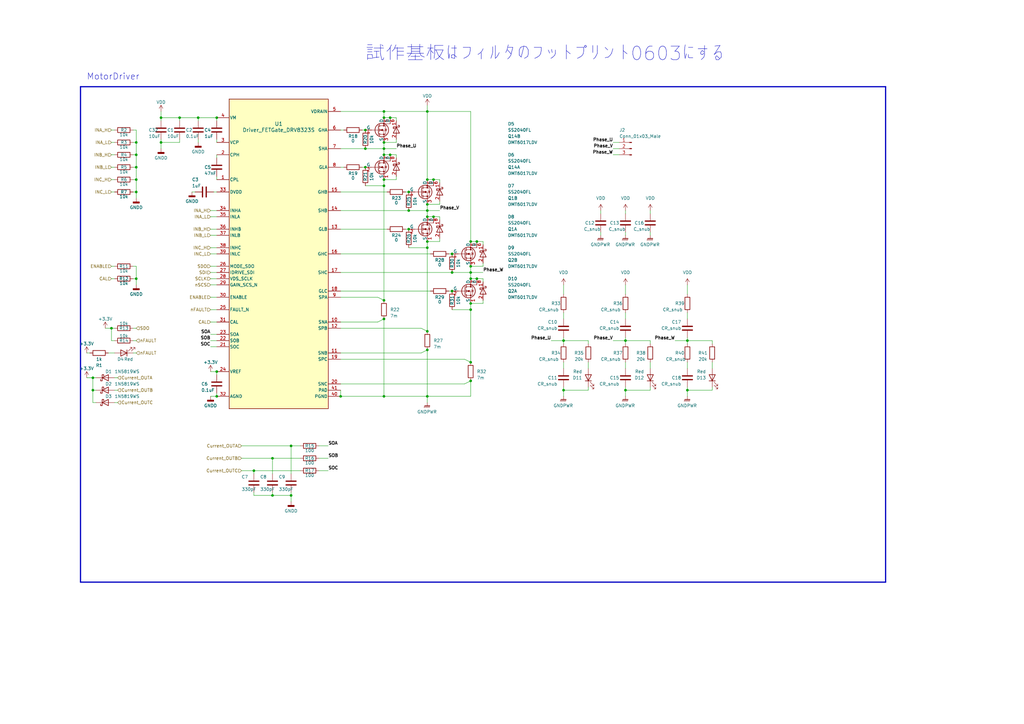
<source format=kicad_sch>
(kicad_sch (version 20230121) (generator eeschema)
  (paper "A3")
  (lib_symbols
    (symbol "Connector:Conn_01x03_Male" (pin_names (offset 1.016) hide)
      (property "Reference" "J" (at 0 5.08 0))
      (property "Value" "Conn_01x03_Male" (at 0 -5.08 0))
      (symbol "Conn_01x03_Male_1_1"
        (pin passive line (at 5.08 2.54 180) (length 3.81) (name "Pin_1") (number "1"))
        (pin passive line (at 5.08 0 180) (length 3.81) (name "Pin_2") (number "2"))
        (pin passive line (at 5.08 -2.54 180) (length 3.81) (name "Pin_3") (number "3"))
      )
    )
    (symbol "D_Schottky_3" (pin_numbers hide) (pin_names (offset 1.016) hide)
      (property "Reference" "D" (at 0 2.54 0))
      (property "Value" "D_Schottky_3" (at 0 -2.54 0))
      (symbol "D_Schottky_3_1_1"
        (pin passive line (at -3.81 0 0) (length 2.54) (name "K") (number "1"))
        (pin passive line (at 3.81 0 180) (length 2.54) (name "A") (number "2"))
      )
    )
    (symbol "Device:C" (pin_numbers hide) (pin_names (offset 0.254))
      (property "Reference" "C" (at 0.635 2.54 0))
      (property "Value" "C" (at 0.635 -2.54 0))
      (symbol "C_1_1"
        (pin passive line (at 0 3.81 270) (length 2.794) (name "~") (number "1"))
        (pin passive line (at 0 -3.81 90) (length 2.794) (name "~") (number "2"))
      )
    )
    (symbol "Device:D_Schottky" (pin_names (offset 1.016) hide)
      (property "Reference" "D" (at 0 2.54 0))
      (property "Value" "D_Schottky" (at 0 -2.54 0))
      (symbol "D_Schottky_1_1"
        (pin passive line (at -3.81 0 0) (length 2.54) (name "K") (number "1"))
        (pin passive line (at 3.81 0 180) (length 2.54) (name "A") (number "2"))
      )
    )
    (symbol "Device:LED" (pin_numbers hide) (pin_names (offset 1.016) hide)
      (property "Reference" "D" (at 0 2.54 0))
      (property "Value" "LED" (at 0 -2.54 0))
      (symbol "LED_1_1"
        (pin passive line (at -3.81 0 0) (length 2.54) (name "K") (number "1"))
        (pin passive line (at 3.81 0 180) (length 2.54) (name "A") (number "2"))
      )
    )
    (symbol "Device:Q_Dual_NMOS_S1G1S2G2D2D2D1D1" (pin_names (offset 0))
      (property "Reference" "Q" (at 5.08 1.27 0))
      (property "Value" "Q_Dual_NMOS_S1G1S2G2D2D2D1D1" (at 5.08 -1.27 0))
      (symbol "Q_Dual_NMOS_S1G1S2G2D2D2D1D1_1_1"
        (pin passive line (at 2.54 -5.08 90) (length 2.54) (name "S") (number "1"))
        (pin input line (at -5.08 0 0) (length 2.54) (name "G") (number "2"))
        (pin passive line (at 2.54 5.08 270) (length 2.54) (name "D") (number "7"))
        (pin passive line (at 5.08 5.08 270) (length 2.54) (name "D") (number "8"))
      )
      (symbol "Q_Dual_NMOS_S1G1S2G2D2D2D1D1_2_1"
        (pin passive line (at 2.54 -5.08 90) (length 2.54) (name "S") (number "3"))
        (pin input line (at -5.08 0 0) (length 2.54) (name "G") (number "4"))
        (pin passive line (at 2.54 5.08 270) (length 2.54) (name "D") (number "5"))
        (pin passive line (at 5.08 5.08 270) (length 2.54) (name "D") (number "6"))
      )
    )
    (symbol "Device:R" (pin_numbers hide) (pin_names (offset 0))
      (property "Reference" "R" (at 2.032 0 90))
      (property "Value" "R" (at 0 0 90))
      (symbol "R_1_1"
        (pin passive line (at 0 3.81 270) (length 1.27) (name "~") (number "1"))
        (pin passive line (at 0 -3.81 90) (length 1.27) (name "~") (number "2"))
      )
    )
    (symbol "MyLibrary:Driver_FETGate_DRV8323x" (pin_names (offset 0.254))
      (property "Reference" "U" (at 0 2.54 0))
      (property "Value" "Driver_FETGate_DRV8323x" (at 0 0 0))
      (symbol "Driver_FETGate_DRV8323x_0_1"
        (pin unspecified line (at -25.4 53.34 0) (length 5.08) (name "CPL") (number "1"))
        (pin input line (at 25.4 -5.08 180) (length 5.08) (name "SNA") (number "10"))
        (pin input line (at 25.4 -17.78 180) (length 5.08) (name "SNB") (number "11"))
        (pin input line (at 25.4 -7.62 180) (length 5.08) (name "SPB") (number "12"))
        (pin output line (at 25.4 33.02 180) (length 5.08) (name "GLB") (number "13"))
        (pin input line (at 25.4 40.64 180) (length 5.08) (name "SHB") (number "14"))
        (pin output line (at 25.4 48.26 180) (length 5.08) (name "GHB") (number "15"))
        (pin output line (at 25.4 22.86 180) (length 5.08) (name "GHC") (number "16"))
        (pin input line (at 25.4 15.24 180) (length 5.08) (name "SHC") (number "17"))
        (pin output line (at 25.4 7.62 180) (length 5.08) (name "GLC") (number "18"))
        (pin input line (at 25.4 -20.32 180) (length 5.08) (name "SPC") (number "19"))
        (pin unspecified line (at -25.4 63.5 0) (length 5.08) (name "CPH") (number "2"))
        (pin input line (at 25.4 -30.48 180) (length 5.08) (name "SNC") (number "20"))
        (pin output line (at -25.4 -15.24 0) (length 5.08) (name "SOC") (number "21"))
        (pin output line (at -25.4 -12.7 0) (length 5.08) (name "SOB") (number "22"))
        (pin output line (at -25.4 -10.16 0) (length 5.08) (name "SOA") (number "23"))
        (pin input line (at -25.4 -25.4 0) (length 5.08) (name "VREF") (number "24"))
        (pin open_collector line (at -25.4 0 0) (length 5.08) (name "FAULT_N") (number "25"))
        (pin unspecified line (at -25.4 17.78 0) (length 5.08) (name "MODE_SDO") (number "26"))
        (pin input line (at -25.4 15.24 0) (length 5.08) (name "IDRIVE_SDI") (number "27"))
        (pin input line (at -25.4 12.7 0) (length 5.08) (name "VDS_SCLK") (number "28"))
        (pin input line (at -25.4 10.16 0) (length 5.08) (name "GAIN_SCS_N") (number "29"))
        (pin power_in line (at -25.4 68.58 0) (length 5.08) (name "VCP") (number "3"))
        (pin input line (at -25.4 5.08 0) (length 5.08) (name "ENABLE") (number "30"))
        (pin input line (at -25.4 -5.08 0) (length 5.08) (name "CAL") (number "31"))
        (pin power_in line (at -25.4 -35.56 0) (length 5.08) (name "AGND") (number "32"))
        (pin power_in line (at -25.4 48.26 0) (length 5.08) (name "DVDD") (number "33"))
        (pin input line (at -25.4 40.64 0) (length 5.08) (name "INHA") (number "34"))
        (pin input line (at -25.4 38.1 0) (length 5.08) (name "INLA") (number "35"))
        (pin input line (at -25.4 33.02 0) (length 5.08) (name "INHB") (number "36"))
        (pin input line (at -25.4 30.48 0) (length 5.08) (name "INLB") (number "37"))
        (pin input line (at -25.4 25.4 0) (length 5.08) (name "INHC") (number "38"))
        (pin input line (at -25.4 22.86 0) (length 5.08) (name "INLC") (number "39"))
        (pin power_in line (at -25.4 78.74 0) (length 5.08) (name "VM") (number "4"))
        (pin power_in line (at 25.4 -35.56 180) (length 5.08) (name "PGND") (number "40"))
        (pin power_in line (at 25.4 -33.02 180) (length 5.08) (name "PAD") (number "41"))
        (pin input line (at 25.4 81.28 180) (length 5.08) (name "VDRAIN") (number "5"))
        (pin output line (at 25.4 73.66 180) (length 5.08) (name "GHA") (number "6"))
        (pin input line (at 25.4 66.04 180) (length 5.08) (name "SHA") (number "7"))
        (pin output line (at 25.4 58.42 180) (length 5.08) (name "GLA") (number "8"))
        (pin input line (at 25.4 5.08 180) (length 5.08) (name "SPA") (number "9"))
      )
    )
    (symbol "Q_Dual_NMOS_S1G1S2G2D2D2D1D1_1" (pin_names (offset 0))
      (property "Reference" "Q" (at 5.08 1.27 0))
      (property "Value" "Q_Dual_NMOS_S1G1S2G2D2D2D1D1" (at 5.08 -1.27 0))
      (symbol "Q_Dual_NMOS_S1G1S2G2D2D2D1D1_1_1_1"
        (pin passive line (at 2.54 -5.08 90) (length 2.54) (name "S") (number "1"))
        (pin input line (at -5.08 0 0) (length 2.54) (name "G") (number "2"))
        (pin passive line (at 2.54 5.08 270) (length 2.54) (name "D") (number "7"))
        (pin passive line (at 5.08 5.08 270) (length 2.54) (name "D") (number "8"))
      )
      (symbol "Q_Dual_NMOS_S1G1S2G2D2D2D1D1_1_2_1"
        (pin passive line (at 2.54 -5.08 90) (length 2.54) (name "S") (number "3"))
        (pin input line (at -5.08 0 0) (length 2.54) (name "G") (number "4"))
        (pin passive line (at 2.54 5.08 270) (length 2.54) (name "D") (number "5"))
        (pin passive line (at 5.08 5.08 270) (length 2.54) (name "D") (number "6"))
      )
    )
    (symbol "power:+3.3V" (power) (pin_names (offset 0))
      (property "Value" "+3.3V" (at 0 3.556 0))
      (symbol "+3.3V_1_1"
        (pin power_in line (at 0 0 90) (length 0) hide (name "+3.3V") (number "1"))
      )
    )
    (symbol "power:GNDD" (power) (pin_names (offset 0))
      (property "Value" "GNDD" (at 0 -3.175 0))
      (symbol "GNDD_1_1"
        (pin power_in line (at 0 0 270) (length 0) hide (name "GNDD") (number "1"))
      )
    )
    (symbol "power:GNDPWR" (power) (pin_names (offset 0))
      (property "Value" "GNDPWR" (at 0 -3.302 0))
      (symbol "GNDPWR_1_1"
        (pin power_in line (at 0 0 270) (length 0) hide (name "GNDPWR") (number "1"))
      )
    )
    (symbol "power:VDD" (power) (pin_names (offset 0))
      (property "Value" "VDD" (at 0 3.81 0))
      (symbol "VDD_1_1"
        (pin power_in line (at 0 0 90) (length 0) hide (name "VDD") (number "1"))
      )
    )
  )
  (junction (at 104.14 193.04))
  (junction (at 193.04 111.76))
  (junction (at 160.02 63.5))
  (junction (at 177.8 73.66))
  (junction (at 119.38 182.88))
  (junction (at 88.9 162.56))
  (junction (at 149.86 68.58))
  (junction (at 185.42 119.38))
  (junction (at 111.76 203.2))
  (junction (at 88.9 152.4))
  (junction (at 55.88 58.42))
  (junction (at 55.88 73.66))
  (junction (at 55.88 68.58))
  (junction (at 157.48 48.26))
  (junction (at 157.48 60.96))
  (junction (at 157.48 123.19))
  (junction (at 38.1 160.02))
  (junction (at 38.1 154.94))
  (junction (at 185.42 104.14))
  (junction (at 55.88 78.74))
  (junction (at 193.04 99.06))
  (junction (at 193.04 124.46))
  (junction (at 139.7 162.56))
  (junction (at 175.26 101.6))
  (junction (at 195.58 114.3))
  (junction (at 231.14 160.02))
  (junction (at 281.94 160.02))
  (junction (at 167.64 93.98))
  (junction (at 175.26 162.56))
  (junction (at 281.94 139.7))
  (junction (at 195.58 99.06))
  (junction (at 175.26 143.51))
  (junction (at 175.26 86.36))
  (junction (at 167.64 86.36))
  (junction (at 231.14 139.7))
  (junction (at 193.04 109.22))
  (junction (at 193.04 148.59))
  (junction (at 175.26 99.06))
  (junction (at 149.86 53.34))
  (junction (at 119.38 203.2))
  (junction (at 256.54 139.7))
  (junction (at 157.48 45.72))
  (junction (at 175.26 83.82))
  (junction (at 157.48 162.56))
  (junction (at 157.48 76.2))
  (junction (at 45.72 134.62))
  (junction (at 157.48 58.42))
  (junction (at 256.54 160.02))
  (junction (at 193.04 156.21))
  (junction (at 66.04 48.26))
  (junction (at 55.88 63.5))
  (junction (at 175.26 88.9))
  (junction (at 157.48 130.81))
  (junction (at 73.66 48.26))
  (junction (at 175.26 73.66))
  (junction (at 149.86 60.96))
  (junction (at 167.64 78.74))
  (junction (at 175.26 45.72))
  (junction (at 157.48 73.66))
  (junction (at 55.88 114.3))
  (junction (at 177.8 88.9))
  (junction (at 193.04 114.3))
  (junction (at 185.42 111.76))
  (junction (at 88.9 48.26))
  (junction (at 111.76 187.96))
  (junction (at 66.04 58.42))
  (junction (at 175.26 135.89))
  (junction (at 160.02 48.26))
  (junction (at 157.48 63.5))
  (junction (at 81.28 48.26))
  (junction (at 193.04 127))
  (wire (pts (xy 104.14 193.04) (xy 123.19 193.04)))
  (wire (pts (xy 175.26 165.1) (xy 175.26 162.56)))
  (wire (pts (xy 172.72 134.62) (xy 175.26 135.89)))
  (wire (pts (xy 111.76 201.93) (xy 111.76 203.2)))
  (wire (pts (xy 190.5 147.32) (xy 193.04 148.59)))
  (wire (pts (xy 190.5 157.48) (xy 193.04 156.21)))
  (wire (pts (xy 180.34 74.93) (xy 180.34 73.66)))
  (wire (pts (xy 281.94 138.43) (xy 281.94 139.7)))
  (wire (pts (xy 166.37 78.74) (xy 167.64 78.74)))
  (wire (pts (xy 167.64 86.36) (xy 175.26 86.36)))
  (wire (pts (xy 241.3 148.59) (xy 241.3 151.13)))
  (wire (pts (xy 55.88 58.42) (xy 55.88 53.34)))
  (wire (pts (xy 185.42 111.76) (xy 193.04 111.76)))
  (wire (pts (xy 193.04 127) (xy 193.04 148.59)))
  (wire (pts (xy 38.1 154.94) (xy 39.37 154.94)))
  (wire (pts (xy 66.04 57.15) (xy 66.04 58.42)))
  (wire (pts (xy 193.04 156.21) (xy 193.04 162.56)))
  (wire (pts (xy 55.88 78.74) (xy 54.61 78.74)))
  (polyline (pts (xy 33.02 35.56) (xy 363.22 35.56)) (stroke (width 0.5) (type solid)))
  (wire (pts (xy 46.99 134.62) (xy 45.72 134.62)))
  (wire (pts (xy 86.36 88.9) (xy 88.9 88.9)))
  (wire (pts (xy 177.8 73.66) (xy 180.34 73.66)))
  (wire (pts (xy 193.04 124.46) (xy 193.04 127)))
  (wire (pts (xy 256.54 139.7) (xy 256.54 140.97)))
  (wire (pts (xy 139.7 45.72) (xy 157.48 45.72)))
  (wire (pts (xy 241.3 140.97) (xy 241.3 139.7)))
  (wire (pts (xy 256.54 148.59) (xy 256.54 151.13)))
  (wire (pts (xy 119.38 182.88) (xy 119.38 194.31)))
  (wire (pts (xy 46.99 165.1) (xy 48.26 165.1)))
  (wire (pts (xy 88.9 73.66) (xy 88.9 72.39)))
  (wire (pts (xy 81.28 57.15) (xy 81.28 58.42)))
  (wire (pts (xy 256.54 95.25) (xy 256.54 96.52)))
  (wire (pts (xy 45.72 68.58) (xy 46.99 68.58)))
  (wire (pts (xy 88.9 78.74) (xy 87.63 78.74)))
  (wire (pts (xy 154.94 121.92) (xy 157.48 123.19)))
  (wire (pts (xy 193.04 45.72) (xy 175.26 45.72)))
  (wire (pts (xy 139.7 60.96) (xy 149.86 60.96)))
  (wire (pts (xy 81.28 48.26) (xy 88.9 48.26)))
  (wire (pts (xy 195.58 114.3) (xy 198.12 114.3)))
  (wire (pts (xy 86.36 121.92) (xy 88.9 121.92)))
  (wire (pts (xy 119.38 201.93) (xy 119.38 203.2)))
  (wire (pts (xy 184.15 104.14) (xy 185.42 104.14)))
  (wire (pts (xy 86.36 139.7) (xy 88.9 139.7)))
  (polyline (pts (xy 363.22 238.76) (xy 33.02 238.76)) (stroke (width 0.5) (type solid)))
  (wire (pts (xy 55.88 81.28) (xy 55.88 78.74)))
  (wire (pts (xy 104.14 201.93) (xy 104.14 203.2)))
  (wire (pts (xy 86.36 132.08) (xy 88.9 132.08)))
  (wire (pts (xy 281.94 128.27) (xy 281.94 130.81)))
  (wire (pts (xy 193.04 109.22) (xy 193.04 111.76)))
  (wire (pts (xy 99.06 187.96) (xy 111.76 187.96)))
  (wire (pts (xy 256.54 128.27) (xy 256.54 130.81)))
  (wire (pts (xy 45.72 53.34) (xy 46.99 53.34)))
  (wire (pts (xy 130.81 182.88) (xy 134.62 182.88)))
  (wire (pts (xy 241.3 158.75) (xy 241.3 160.02)))
  (wire (pts (xy 119.38 182.88) (xy 123.19 182.88)))
  (wire (pts (xy 45.72 134.62) (xy 45.72 139.7)))
  (wire (pts (xy 55.88 63.5) (xy 54.61 63.5)))
  (wire (pts (xy 139.7 93.98) (xy 158.75 93.98)))
  (wire (pts (xy 66.04 48.26) (xy 73.66 48.26)))
  (wire (pts (xy 111.76 187.96) (xy 123.19 187.96)))
  (wire (pts (xy 45.72 114.3) (xy 46.99 114.3)))
  (wire (pts (xy 193.04 99.06) (xy 195.58 99.06)))
  (wire (pts (xy 266.7 160.02) (xy 256.54 160.02)))
  (wire (pts (xy 185.42 127) (xy 193.04 127)))
  (wire (pts (xy 139.7 144.78) (xy 172.72 144.78)))
  (wire (pts (xy 246.38 86.36) (xy 246.38 87.63)))
  (wire (pts (xy 148.59 53.34) (xy 149.86 53.34)))
  (wire (pts (xy 226.06 139.7) (xy 231.14 139.7)))
  (wire (pts (xy 86.36 111.76) (xy 88.9 111.76)))
  (wire (pts (xy 86.36 152.4) (xy 88.9 152.4)))
  (wire (pts (xy 55.88 58.42) (xy 54.61 58.42)))
  (wire (pts (xy 180.34 82.55) (xy 180.34 83.82)))
  (wire (pts (xy 198.12 107.95) (xy 198.12 109.22)))
  (wire (pts (xy 162.56 57.15) (xy 162.56 58.42)))
  (wire (pts (xy 231.14 128.27) (xy 231.14 130.81)))
  (wire (pts (xy 231.14 148.59) (xy 231.14 151.13)))
  (wire (pts (xy 157.48 45.72) (xy 175.26 45.72)))
  (wire (pts (xy 266.7 140.97) (xy 266.7 139.7)))
  (wire (pts (xy 231.14 158.75) (xy 231.14 160.02)))
  (wire (pts (xy 44.45 144.78) (xy 46.99 144.78)))
  (wire (pts (xy 45.72 73.66) (xy 46.99 73.66)))
  (wire (pts (xy 55.88 109.22) (xy 54.61 109.22)))
  (wire (pts (xy 175.26 88.9) (xy 177.8 88.9)))
  (wire (pts (xy 231.14 139.7) (xy 241.3 139.7)))
  (wire (pts (xy 175.26 83.82) (xy 180.34 83.82)))
  (wire (pts (xy 54.61 144.78) (xy 55.88 144.78)))
  (wire (pts (xy 256.54 86.36) (xy 256.54 87.63)))
  (wire (pts (xy 139.7 132.08) (xy 154.94 132.08)))
  (wire (pts (xy 166.37 93.98) (xy 167.64 93.98)))
  (wire (pts (xy 73.66 48.26) (xy 73.66 49.53)))
  (wire (pts (xy 175.26 101.6) (xy 175.26 135.89)))
  (wire (pts (xy 139.7 53.34) (xy 140.97 53.34)))
  (wire (pts (xy 162.56 64.77) (xy 162.56 63.5)))
  (wire (pts (xy 175.26 99.06) (xy 175.26 101.6)))
  (wire (pts (xy 281.94 148.59) (xy 281.94 151.13)))
  (wire (pts (xy 86.36 109.22) (xy 88.9 109.22)))
  (wire (pts (xy 157.48 58.42) (xy 162.56 58.42)))
  (wire (pts (xy 157.48 60.96) (xy 162.56 60.96)))
  (wire (pts (xy 86.36 127) (xy 88.9 127)))
  (wire (pts (xy 256.54 139.7) (xy 266.7 139.7)))
  (wire (pts (xy 73.66 57.15) (xy 73.66 58.42)))
  (wire (pts (xy 45.72 109.22) (xy 46.99 109.22)))
  (wire (pts (xy 38.1 160.02) (xy 39.37 160.02)))
  (wire (pts (xy 130.81 187.96) (xy 134.62 187.96)))
  (wire (pts (xy 157.48 63.5) (xy 157.48 60.96)))
  (wire (pts (xy 251.46 58.42) (xy 254 58.42)))
  (wire (pts (xy 175.26 83.82) (xy 175.26 86.36)))
  (wire (pts (xy 38.1 154.94) (xy 38.1 160.02)))
  (wire (pts (xy 175.26 88.9) (xy 175.26 86.36)))
  (wire (pts (xy 86.36 116.84) (xy 88.9 116.84)))
  (wire (pts (xy 55.88 109.22) (xy 55.88 114.3)))
  (wire (pts (xy 167.64 101.6) (xy 175.26 101.6)))
  (wire (pts (xy 251.46 139.7) (xy 256.54 139.7)))
  (wire (pts (xy 38.1 165.1) (xy 39.37 165.1)))
  (wire (pts (xy 73.66 48.26) (xy 81.28 48.26)))
  (wire (pts (xy 38.1 160.02) (xy 38.1 165.1)))
  (wire (pts (xy 292.1 158.75) (xy 292.1 160.02)))
  (wire (pts (xy 292.1 140.97) (xy 292.1 139.7)))
  (wire (pts (xy 55.88 73.66) (xy 55.88 68.58)))
  (wire (pts (xy 251.46 63.5) (xy 254 63.5)))
  (wire (pts (xy 139.7 134.62) (xy 172.72 134.62)))
  (wire (pts (xy 86.36 96.52) (xy 88.9 96.52)))
  (wire (pts (xy 111.76 187.96) (xy 111.76 194.31)))
  (wire (pts (xy 157.48 130.81) (xy 157.48 162.56)))
  (wire (pts (xy 231.14 162.56) (xy 231.14 160.02)))
  (wire (pts (xy 43.18 134.62) (xy 45.72 134.62)))
  (wire (pts (xy 86.36 104.14) (xy 88.9 104.14)))
  (wire (pts (xy 139.7 78.74) (xy 158.75 78.74)))
  (wire (pts (xy 86.36 93.98) (xy 88.9 93.98)))
  (wire (pts (xy 266.7 95.25) (xy 266.7 96.52)))
  (wire (pts (xy 119.38 205.74) (xy 119.38 203.2)))
  (wire (pts (xy 256.54 158.75) (xy 256.54 160.02)))
  (wire (pts (xy 66.04 58.42) (xy 73.66 58.42)))
  (wire (pts (xy 104.14 203.2) (xy 111.76 203.2)))
  (wire (pts (xy 78.74 78.74) (xy 80.01 78.74)))
  (wire (pts (xy 35.56 154.94) (xy 38.1 154.94)))
  (wire (pts (xy 276.86 139.7) (xy 281.94 139.7)))
  (polyline (pts (xy 33.02 238.76) (xy 33.02 35.56)) (stroke (width 0.5) (type solid)))
  (wire (pts (xy 55.88 68.58) (xy 55.88 63.5)))
  (wire (pts (xy 162.56 49.53) (xy 162.56 48.26)))
  (wire (pts (xy 193.04 111.76) (xy 193.04 114.3)))
  (wire (pts (xy 54.61 139.7) (xy 55.88 139.7)))
  (wire (pts (xy 86.36 86.36) (xy 88.9 86.36)))
  (wire (pts (xy 198.12 115.57) (xy 198.12 114.3)))
  (wire (pts (xy 157.48 73.66) (xy 162.56 73.66)))
  (wire (pts (xy 54.61 134.62) (xy 55.88 134.62)))
  (wire (pts (xy 281.94 162.56) (xy 281.94 160.02)))
  (wire (pts (xy 139.7 104.14) (xy 176.53 104.14)))
  (wire (pts (xy 46.99 160.02) (xy 48.26 160.02)))
  (wire (pts (xy 99.06 193.04) (xy 104.14 193.04)))
  (wire (pts (xy 256.54 138.43) (xy 256.54 139.7)))
  (wire (pts (xy 139.7 157.48) (xy 190.5 157.48)))
  (wire (pts (xy 256.54 162.56) (xy 256.54 160.02)))
  (wire (pts (xy 36.83 144.78) (xy 35.56 144.78)))
  (wire (pts (xy 86.36 162.56) (xy 88.9 162.56)))
  (wire (pts (xy 104.14 193.04) (xy 104.14 194.31)))
  (wire (pts (xy 198.12 100.33) (xy 198.12 99.06)))
  (wire (pts (xy 193.04 99.06) (xy 193.04 45.72)))
  (wire (pts (xy 281.94 139.7) (xy 281.94 140.97)))
  (wire (pts (xy 130.81 193.04) (xy 134.62 193.04)))
  (wire (pts (xy 88.9 49.53) (xy 88.9 48.26)))
  (wire (pts (xy 160.02 63.5) (xy 162.56 63.5)))
  (wire (pts (xy 175.26 99.06) (xy 180.34 99.06)))
  (wire (pts (xy 86.36 137.16) (xy 88.9 137.16)))
  (wire (pts (xy 154.94 132.08) (xy 157.48 130.81)))
  (wire (pts (xy 195.58 99.06) (xy 198.12 99.06)))
  (wire (pts (xy 139.7 147.32) (xy 190.5 147.32)))
  (wire (pts (xy 46.99 139.7) (xy 45.72 139.7)))
  (wire (pts (xy 292.1 148.59) (xy 292.1 151.13)))
  (wire (pts (xy 281.94 139.7) (xy 292.1 139.7)))
  (wire (pts (xy 55.88 73.66) (xy 54.61 73.66)))
  (wire (pts (xy 55.88 68.58) (xy 54.61 68.58)))
  (wire (pts (xy 175.26 86.36) (xy 180.34 86.36)))
  (wire (pts (xy 157.48 73.66) (xy 157.48 76.2)))
  (wire (pts (xy 88.9 63.5) (xy 88.9 64.77)))
  (wire (pts (xy 175.26 162.56) (xy 193.04 162.56)))
  (wire (pts (xy 55.88 114.3) (xy 55.88 116.84)))
  (wire (pts (xy 81.28 48.26) (xy 81.28 49.53)))
  (wire (pts (xy 46.99 154.94) (xy 48.26 154.94)))
  (wire (pts (xy 231.14 116.84) (xy 231.14 120.65)))
  (wire (pts (xy 266.7 148.59) (xy 266.7 151.13)))
  (wire (pts (xy 246.38 95.25) (xy 246.38 96.52)))
  (wire (pts (xy 45.72 58.42) (xy 46.99 58.42)))
  (wire (pts (xy 139.7 86.36) (xy 167.64 86.36)))
  (wire (pts (xy 157.48 48.26) (xy 160.02 48.26)))
  (wire (pts (xy 139.7 68.58) (xy 140.97 68.58)))
  (wire (pts (xy 139.7 121.92) (xy 154.94 121.92)))
  (wire (pts (xy 193.04 114.3) (xy 195.58 114.3)))
  (wire (pts (xy 86.36 101.6) (xy 88.9 101.6)))
  (wire (pts (xy 157.48 76.2) (xy 157.48 123.19)))
  (wire (pts (xy 251.46 60.96) (xy 254 60.96)))
  (wire (pts (xy 66.04 49.53) (xy 66.04 48.26)))
  (wire (pts (xy 281.94 158.75) (xy 281.94 160.02)))
  (wire (pts (xy 99.06 182.88) (xy 119.38 182.88)))
  (wire (pts (xy 139.7 162.56) (xy 157.48 162.56)))
  (wire (pts (xy 88.9 58.42) (xy 88.9 57.15)))
  (wire (pts (xy 266.7 158.75) (xy 266.7 160.02)))
  (wire (pts (xy 55.88 63.5) (xy 55.88 58.42)))
  (wire (pts (xy 172.72 144.78) (xy 175.26 143.51)))
  (wire (pts (xy 184.15 119.38) (xy 185.42 119.38)))
  (wire (pts (xy 231.14 139.7) (xy 231.14 140.97)))
  (polyline (pts (xy 363.22 35.56) (xy 363.22 238.76)) (stroke (width 0.5) (type solid)))
  (wire (pts (xy 160.02 48.26) (xy 162.56 48.26)))
  (wire (pts (xy 180.34 90.17) (xy 180.34 88.9)))
  (wire (pts (xy 292.1 160.02) (xy 281.94 160.02)))
  (wire (pts (xy 180.34 97.79) (xy 180.34 99.06)))
  (wire (pts (xy 175.26 45.72) (xy 175.26 73.66)))
  (wire (pts (xy 198.12 123.19) (xy 198.12 124.46)))
  (wire (pts (xy 241.3 160.02) (xy 231.14 160.02)))
  (wire (pts (xy 193.04 109.22) (xy 198.12 109.22)))
  (wire (pts (xy 88.9 161.29) (xy 88.9 162.56)))
  (wire (pts (xy 157.48 76.2) (xy 149.86 76.2)))
  (wire (pts (xy 139.7 111.76) (xy 185.42 111.76)))
  (wire (pts (xy 55.88 53.34) (xy 54.61 53.34)))
  (wire (pts (xy 281.94 116.84) (xy 281.94 120.65)))
  (wire (pts (xy 66.04 45.72) (xy 66.04 48.26)))
  (wire (pts (xy 45.72 78.74) (xy 46.99 78.74)))
  (wire (pts (xy 88.9 152.4) (xy 88.9 153.67)))
  (wire (pts (xy 157.48 45.72) (xy 157.48 48.26)))
  (wire (pts (xy 139.7 160.02) (xy 139.7 162.56)))
  (wire (pts (xy 66.04 60.96) (xy 66.04 58.42)))
  (wire (pts (xy 55.88 114.3) (xy 54.61 114.3)))
  (wire (pts (xy 193.04 111.76) (xy 198.12 111.76)))
  (wire (pts (xy 139.7 119.38) (xy 176.53 119.38)))
  (wire (pts (xy 55.88 78.74) (xy 55.88 73.66)))
  (wire (pts (xy 149.86 60.96) (xy 157.48 60.96)))
  (wire (pts (xy 119.38 203.2) (xy 111.76 203.2)))
  (wire (pts (xy 157.48 63.5) (xy 160.02 63.5)))
  (wire (pts (xy 162.56 72.39) (xy 162.56 73.66)))
  (wire (pts (xy 45.72 63.5) (xy 46.99 63.5)))
  (wire (pts (xy 157.48 58.42) (xy 157.48 60.96)))
  (wire (pts (xy 157.48 162.56) (xy 175.26 162.56)))
  (wire (pts (xy 148.59 68.58) (xy 149.86 68.58)))
  (wire (pts (xy 175.26 73.66) (xy 177.8 73.66)))
  (wire (pts (xy 86.36 114.3) (xy 88.9 114.3)))
  (wire (pts (xy 266.7 86.36) (xy 266.7 87.63)))
  (wire (pts (xy 175.26 143.51) (xy 175.26 162.56)))
  (wire (pts (xy 231.14 138.43) (xy 231.14 139.7)))
  (wire (pts (xy 86.36 142.24) (xy 88.9 142.24)))
  (wire (pts (xy 175.26 43.18) (xy 175.26 45.72)))
  (wire (pts (xy 193.04 124.46) (xy 198.12 124.46)))
  (wire (pts (xy 256.54 116.84) (xy 256.54 120.65)))
  (wire (pts (xy 177.8 88.9) (xy 180.34 88.9)))
  (text "MotorDriver" (at 35.56 33.02 0) (effects (font (size 2.54 2.54)) (justify left bottom)))
  (text "試作基板はフィルタのフットプリント0603にする" (at 149.86 25.4 0) (effects (font (size 5.56 5.56)) (justify left bottom)))
  (label "Phase_V" (at 251.46 60.96 180) (effects (font (thickness 0.254) bold)))
  (label "SOC" (at 134.62 193.04 0) (effects (font (thickness 0.254) bold)))
  (label "SOA" (at 86.36 137.16 180) (effects (font (thickness 0.254) bold)))
  (label "SOA" (at 134.62 182.88 0) (effects (font (thickness 0.254) bold)))
  (label "Phase_W" (at 276.86 139.7 180) (effects (font (thickness 0.254) bold)))
  (label "Phase_U" (at 226.06 139.7 180) (effects (font (thickness 0.254) bold)))
  (label "SOB" (at 134.62 187.96 0) (effects (font (thickness 0.254) bold)))
  (label "Phase_V" (at 251.46 139.7 180) (effects (font (thickness 0.254) bold)))
  (label "SOC" (at 86.36 142.24 180) (effects (font (thickness 0.254) bold)))
  (label "Phase_U" (at 251.46 58.42 180) (effects (font (thickness 0.254) bold)))
  (label "Phase_U" (at 162.56 60.96 0) (effects (font (thickness 0.254) bold)))
  (label "Phase_W" (at 251.46 63.5 180) (effects (font (thickness 0.254) bold)))
  (label "SOB" (at 86.36 139.7 180) (effects (font (thickness 0.254) bold)))
  (label "Phase_V" (at 180.34 86.36 0) (effects (font (thickness 0.254) bold)))
  (label "Phase_W" (at 198.12 111.76 0) (effects (font (thickness 0.254) bold)))
  (hierarchical_label "INA_L" (shape input) (at 45.72 58.42 180))
  (hierarchical_label "SDO" (shape input) (at 86.36 109.22 180))
  (hierarchical_label "SDI" (shape input) (at 86.36 111.76 180))
  (hierarchical_label "INB_L" (shape input) (at 45.72 68.58 180))
  (hierarchical_label "INB_H" (shape input) (at 86.36 93.98 180))
  (hierarchical_label "nFAULT" (shape input) (at 55.88 144.78 0))
  (hierarchical_label "INB_H" (shape input) (at 45.72 63.5 180))
  (hierarchical_label "nFAULT" (shape input) (at 86.36 127 180))
  (hierarchical_label "INC_H" (shape input) (at 45.72 73.66 180))
  (hierarchical_label "Current_OUTB" (shape input) (at 48.26 160.02 0))
  (hierarchical_label "nFAULT" (shape input) (at 55.88 139.7 0))
  (hierarchical_label "INC_L" (shape input) (at 86.36 104.14 180))
  (hierarchical_label "Current_OUTC" (shape input) (at 99.06 193.04 180))
  (hierarchical_label "CAL" (shape input) (at 86.36 132.08 180))
  (hierarchical_label "INC_H" (shape input) (at 86.36 101.6 180))
  (hierarchical_label "INA_L" (shape input) (at 86.36 88.9 180))
  (hierarchical_label "SDO" (shape input) (at 55.88 134.62 0))
  (hierarchical_label "ENABLE" (shape input) (at 45.72 109.22 180))
  (hierarchical_label "INC_L" (shape input) (at 45.72 78.74 180))
  (hierarchical_label "Current_OUTC" (shape input) (at 48.26 165.1 0))
  (hierarchical_label "Current_OUTB" (shape input) (at 99.06 187.96 180))
  (hierarchical_label "Current_OUTA" (shape input) (at 48.26 154.94 0))
  (hierarchical_label "Current_OUTA" (shape input) (at 99.06 182.88 180))
  (hierarchical_label "INA_H" (shape input) (at 86.36 86.36 180))
  (hierarchical_label "INB_L" (shape input) (at 86.36 96.52 180))
  (hierarchical_label "INA_H" (shape input) (at 45.72 53.34 180))
  (hierarchical_label "SCLK" (shape input) (at 86.36 114.3 180))
  (hierarchical_label "CAL" (shape input) (at 45.72 114.3 180))
  (hierarchical_label "nSCS" (shape input) (at 86.36 116.84 180))
  (hierarchical_label "ENABLE" (shape input) (at 86.36 121.92 180))
  (symbol (lib_name "D_Schottky_3") (lib_id "Device:D_Schottky") (at 43.18 154.94 0) (mirror x) (unit 1)
    (property "Reference" "D1" (at 43.18 152.4 0) (effects (justify left)))
    (property "Value" "1N5819WS" (at 46.99 152.4 0) (effects (justify left)))
    (property "Footprint" "Diode_SMD:D_SOD-323_HandSoldering" (effects hide))
  )
  (symbol (lib_name "Q_Dual_NMOS_S1G1S2G2D2D2D1D1_1") (lib_id "Device:Q_Dual_NMOS_S1G1S2G2D2D2D1D1") (at 190.5 104.14 0) (unit 2)
    (property "Reference" "Q2" (at 208.28 106.68 0) (effects (justify left)))
    (property "Value" "DMT6017LDV" (at 208.28 109.22 0) (effects (justify left)))
    (property "Footprint" "MyLibrary:Package_TSON-Advance_DualFET" (effects hide))
  )
  (symbol (lib_id "power:VDD") (at 246.38 86.36 0) (unit 1)
    (property "Reference" "#PWR022" (effects hide))
    (property "Value" "VDD" (at 246.38 81.28 0))
  )
  (symbol (lib_id "Device:R") (at 50.8 73.66 270) (unit 1)
    (property "Reference" "R6" (at 50.8 73.66 90))
    (property "Value" "10k" (at 50.8 75.565 90))
    (property "Footprint" "Resistor_SMD:R_0402_1005Metric" (effects hide))
  )
  (symbol (lib_id "Device:R") (at 231.14 144.78 0) (mirror x) (unit 1)
    (property "Reference" "R34" (at 226.06 144.78 0) (effects (justify left)))
    (property "Value" "CR_snub" (at 220.98 147.32 0) (effects (justify left)))
    (property "Footprint" "Resistor_SMD:R_0603_1608Metric" (effects hide))
  )
  (symbol (lib_id "Device:C") (at 111.76 198.12 0) (unit 1)
    (property "Reference" "C8" (at 106.68 195.58 0) (effects (justify left)))
    (property "Value" "330pF" (at 106.68 200.66 0) (effects (justify left)))
    (property "Footprint" "Capacitor_SMD:C_0603_1608Metric" (effects hide))
  )
  (symbol (lib_id "Device:C") (at 81.28 53.34 0) (unit 1)
    (property "Reference" "C2" (at 76.2 53.34 0) (effects (justify left)))
    (property "Value" "0.1uF" (at 76.2 55.88 0) (effects (justify left)))
    (property "Footprint" "Capacitor_SMD:C_0402_1005Metric" (effects hide))
  )
  (symbol (lib_id "Device:D_Schottky") (at 198.12 104.14 270) (unit 1)
    (property "Reference" "D9" (at 208.28 101.6 90) (effects (justify left)))
    (property "Value" "SS2040FL" (at 208.28 104.14 90) (effects (justify left)))
    (property "Footprint" "Diode_SMD:D_SOD-123" (effects hide))
  )
  (symbol (lib_id "power:GNDPWR") (at 231.14 162.56 0) (unit 1)
    (property "Reference" "#PWR021" (effects hide))
    (property "Value" "GNDPWR" (at 231.013 166.37 0))
  )
  (symbol (lib_id "Device:R") (at 241.3 144.78 0) (mirror y) (unit 1)
    (property "Reference" "R35" (at 237.49 144.78 0))
    (property "Value" "20k" (at 237.49 147.32 0))
    (property "Footprint" "Resistor_SMD:R_0402_1005Metric" (effects hide))
  )
  (symbol (lib_id "Device:Q_Dual_NMOS_S1G1S2G2D2D2D1D1") (at 190.5 119.38 0) (unit 1)
    (property "Reference" "Q2" (at 208.28 119.38 0) (effects (justify left)))
    (property "Value" "DMT6017LDV" (at 208.28 121.92 0) (effects (justify left)))
    (property "Footprint" "MyLibrary:Package_TSON-Advance_DualFET" (effects hide))
  )
  (symbol (lib_id "power:+3.3V") (at 86.36 152.4 0) (unit 1)
    (property "Reference" "#PWR015" (effects hide))
    (property "Value" "+3.3V" (at 86.36 148.59 0))
  )
  (symbol (lib_id "Device:R") (at 292.1 144.78 0) (mirror y) (unit 1)
    (property "Reference" "R41" (at 288.29 144.78 0))
    (property "Value" "20k" (at 288.29 147.32 0))
    (property "Footprint" "Resistor_SMD:R_0402_1005Metric" (effects hide))
  )
  (symbol (lib_id "Device:R") (at 50.8 78.74 270) (unit 1)
    (property "Reference" "R7" (at 50.8 78.74 90))
    (property "Value" "10k" (at 50.8 80.645 90))
    (property "Footprint" "Resistor_SMD:R_0402_1005Metric" (effects hide))
  )
  (symbol (lib_id "Device:D_Schottky") (at 198.12 119.38 270) (unit 1)
    (property "Reference" "D10" (at 208.28 114.3 90) (effects (justify left)))
    (property "Value" "SS2040FL" (at 208.28 116.84 90) (effects (justify left)))
    (property "Footprint" "Diode_SMD:D_SOD-123" (effects hide))
  )
  (symbol (lib_id "Device:R") (at 144.78 68.58 90) (mirror x) (unit 1)
    (property "Reference" "R19" (at 144.78 71.12 90))
    (property "Value" "0" (at 144.78 73.025 90))
    (property "Footprint" "Resistor_SMD:R_0603_1608Metric" (effects hide))
  )
  (symbol (lib_id "power:VDD") (at 66.04 45.72 0) (unit 1)
    (property "Reference" "#PWR011" (effects hide))
    (property "Value" "VDD" (at 66.04 41.91 0))
  )
  (symbol (lib_id "power:VDD") (at 256.54 116.84 0) (unit 1)
    (property "Reference" "#PWR026" (effects hide))
    (property "Value" "VDD" (at 256.54 111.76 0))
  )
  (symbol (lib_id "power:GNDPWR") (at 266.7 96.52 0) (unit 1)
    (property "Reference" "#PWR027" (effects hide))
    (property "Value" "GNDPWR" (at 266.573 100.33 0))
  )
  (symbol (lib_id "power:GNDD") (at 55.88 116.84 0) (unit 1)
    (property "Reference" "#PWR010" (effects hide))
    (property "Value" "GNDD" (at 55.88 120.65 0))
  )
  (symbol (lib_id "Device:R") (at 40.64 144.78 270) (mirror x) (unit 1)
    (property "Reference" "R1" (at 40.64 149.86 90))
    (property "Value" "1k" (at 40.64 147.32 90))
    (property "Footprint" "Resistor_SMD:R_0402_1005Metric" (effects hide))
  )
  (symbol (lib_id "Device:R") (at 281.94 144.78 0) (mirror x) (unit 1)
    (property "Reference" "R40" (at 276.86 144.78 0) (effects (justify left)))
    (property "Value" "CR_snub" (at 273.05 147.32 0) (effects (justify left)))
    (property "Footprint" "Resistor_SMD:R_0603_1608Metric" (effects hide))
  )
  (symbol (lib_id "Device:C") (at 231.14 154.94 0) (mirror x) (unit 1)
    (property "Reference" "C11" (at 228.6 154.94 0) (effects (justify right)))
    (property "Value" "CR_snub" (at 228.6 157.48 0) (effects (justify right)))
    (property "Footprint" "Capacitor_SMD:C_0603_1608Metric" (effects hide))
  )
  (symbol (lib_id "power:VDD") (at 175.26 43.18 0) (unit 1)
    (property "Reference" "#PWR018" (effects hide))
    (property "Value" "VDD" (at 175.26 39.37 0))
  )
  (symbol (lib_id "Device:R") (at 144.78 53.34 90) (mirror x) (unit 1)
    (property "Reference" "R18" (at 144.78 55.88 90))
    (property "Value" "0" (at 144.78 57.785 90))
    (property "Footprint" "Resistor_SMD:R_0603_1608Metric" (effects hide))
  )
  (symbol (lib_id "Device:C") (at 266.7 91.44 0) (mirror x) (unit 1)
    (property "Reference" "C16" (at 264.16 91.44 0) (effects (justify right)))
    (property "Value" "C_snub" (at 266.7 93.98 0) (effects (justify right)))
    (property "Footprint" "Capacitor_SMD:C_0603_1608Metric" (effects hide))
  )
  (symbol (lib_id "Device:R") (at 50.8 58.42 270) (unit 1)
    (property "Reference" "R3" (at 50.8 58.42 90))
    (property "Value" "10k" (at 50.8 60.325 90))
    (property "Footprint" "Resistor_SMD:R_0402_1005Metric" (effects hide))
  )
  (symbol (lib_id "Device:R") (at 50.8 68.58 270) (unit 1)
    (property "Reference" "R5" (at 50.8 68.58 90))
    (property "Value" "10k" (at 50.8 70.485 90))
    (property "Footprint" "Resistor_SMD:R_0402_1005Metric" (effects hide))
  )
  (symbol (lib_id "power:GNDPWR") (at 281.94 162.56 0) (unit 1)
    (property "Reference" "#PWR025" (effects hide))
    (property "Value" "GNDPWR" (at 281.813 166.37 0))
  )
  (symbol (lib_id "Device:R") (at 185.42 107.95 0) (mirror x) (unit 1)
    (property "Reference" "R30" (at 185.42 107.95 90))
    (property "Value" "10k" (at 187.96 107.95 90))
    (property "Footprint" "Resistor_SMD:R_0402_1005Metric" (effects hide))
  )
  (symbol (lib_id "Device:R") (at 50.8 63.5 270) (unit 1)
    (property "Reference" "R4" (at 50.8 63.5 90))
    (property "Value" "10k" (at 50.8 65.405 90))
    (property "Footprint" "Resistor_SMD:R_0402_1005Metric" (effects hide))
  )
  (symbol (lib_id "Device:C") (at 104.14 198.12 0) (unit 1)
    (property "Reference" "C7" (at 99.06 195.58 0) (effects (justify left)))
    (property "Value" "330pF" (at 99.06 200.66 0) (effects (justify left)))
    (property "Footprint" "Capacitor_SMD:C_0603_1608Metric" (effects hide))
  )
  (symbol (lib_id "Device:R") (at 256.54 124.46 0) (mirror x) (unit 1)
    (property "Reference" "R36" (at 251.46 124.46 0) (effects (justify left)))
    (property "Value" "CR_snub" (at 246.38 127 0) (effects (justify left)))
    (property "Footprint" "Resistor_SMD:R_0603_1608Metric" (effects hide))
  )
  (symbol (lib_id "Device:R") (at 193.04 152.4 180) (unit 1)
    (property "Reference" "R32" (at 195.58 152.4 0) (effects (justify right)))
    (property "Value" "7m" (at 195.58 154.94 0) (effects (justify right)))
    (property "Footprint" "Resistor_SMD:R_2512_6332Metric" (effects hide))
  )
  (symbol (lib_id "Device:C") (at 119.38 198.12 0) (unit 1)
    (property "Reference" "C9" (at 114.3 195.58 0) (effects (justify left)))
    (property "Value" "330pF" (at 114.3 200.66 0) (effects (justify left)))
    (property "Footprint" "Capacitor_SMD:C_0603_1608Metric" (effects hide))
  )
  (symbol (lib_id "power:GNDPWR") (at 246.38 96.52 0) (unit 1)
    (property "Reference" "#PWR031" (effects hide))
    (property "Value" "GNDPWR" (at 246.253 100.33 0))
  )
  (symbol (lib_id "Device:D_Schottky") (at 180.34 93.98 270) (unit 1)
    (property "Reference" "D8" (at 208.28 88.9 90) (effects (justify left)))
    (property "Value" "SS2040FL" (at 208.28 91.44 90) (effects (justify left)))
    (property "Footprint" "Diode_SMD:D_SOD-123" (effects hide))
  )
  (symbol (lib_id "power:+3.3V") (at 43.18 134.62 0) (unit 1)
    (property "Reference" "#PWR07" (effects hide))
    (property "Value" "+3.3V" (at 43.18 130.81 0))
  )
  (symbol (lib_name "Q_Dual_NMOS_S1G1S2G2D2D2D1D1_1") (lib_id "Device:Q_Dual_NMOS_S1G1S2G2D2D2D1D1") (at 172.72 78.74 0) (unit 2)
    (property "Reference" "Q1" (at 208.28 81.28 0) (effects (justify left)))
    (property "Value" "DMT6017LDV" (at 208.28 83.82 0) (effects (justify left)))
    (property "Footprint" "MyLibrary:Package_TSON-Advance_DualFET" (effects hide))
  )
  (symbol (lib_id "Device:C") (at 88.9 157.48 0) (unit 1)
    (property "Reference" "C6" (at 82.55 157.48 0) (effects (justify left)))
    (property "Value" "0.1uF" (at 82.55 160.02 0) (effects (justify left)))
    (property "Footprint" "Capacitor_SMD:C_0402_1005Metric" (effects hide))
  )
  (symbol (lib_id "Device:R") (at 180.34 119.38 90) (mirror x) (unit 1)
    (property "Reference" "R29" (at 180.34 121.92 90))
    (property "Value" "0" (at 180.34 123.825 90))
    (property "Footprint" "Resistor_SMD:R_0603_1608Metric" (effects hide))
  )
  (symbol (lib_id "power:+3.3V") (at 35.56 144.78 0) (unit 1)
    (property "Reference" "#PWR05" (effects hide))
    (property "Value" "+3.3V" (at 35.56 140.97 0))
  )
  (symbol (lib_id "Connector:Conn_01x03_Male") (at 259.08 60.96 0) (mirror y) (unit 1)
    (property "Reference" "J2" (at 254 53.34 0) (effects (justify right)))
    (property "Value" "Conn_01x03_Male" (at 254 55.88 0) (effects (justify right)))
    (property "Footprint" "Connector_Molex:Molex_SPOX_5268-03A_1x03_P2.50mm_Horizontal" (effects hide))
  )
  (symbol (lib_id "Device:R") (at 50.8 139.7 270) (mirror x) (unit 1)
    (property "Reference" "R14" (at 50.8 139.7 90))
    (property "Value" "10k" (at 50.8 137.795 90))
    (property "Footprint" "Resistor_SMD:R_0402_1005Metric" (effects hide))
  )
  (symbol (lib_id "Device:R") (at 185.42 123.19 180) (unit 1)
    (property "Reference" "R31" (at 185.42 123.19 90))
    (property "Value" "10k" (at 187.96 123.19 90))
    (property "Footprint" "Resistor_SMD:R_0402_1005Metric" (effects hide))
  )
  (symbol (lib_id "Device:R") (at 180.34 104.14 90) (mirror x) (unit 1)
    (property "Reference" "R28" (at 180.34 106.68 90))
    (property "Value" "0" (at 180.34 108.585 90))
    (property "Footprint" "Resistor_SMD:R_0603_1608Metric" (effects hide))
  )
  (symbol (lib_id "power:VDD") (at 256.54 86.36 0) (unit 1)
    (property "Reference" "#PWR024" (effects hide))
    (property "Value" "VDD" (at 256.54 81.28 0))
  )
  (symbol (lib_id "Device:R") (at 127 187.96 270) (unit 1)
    (property "Reference" "R16" (at 127 187.96 90))
    (property "Value" "100" (at 127 189.865 90))
    (property "Footprint" "Resistor_SMD:R_0402_1005Metric" (effects hide))
  )
  (symbol (lib_id "Device:R") (at 281.94 124.46 0) (mirror x) (unit 1)
    (property "Reference" "R39" (at 276.86 124.46 0) (effects (justify left)))
    (property "Value" "CR_snub" (at 271.78 127 0) (effects (justify left)))
    (property "Footprint" "Resistor_SMD:R_0603_1608Metric" (effects hide))
  )
  (symbol (lib_id "Device:C") (at 281.94 134.62 0) (mirror x) (unit 1)
    (property "Reference" "C17" (at 279.4 132.08 0) (effects (justify right)))
    (property "Value" "CR_snub" (at 279.4 134.62 0) (effects (justify right)))
    (property "Footprint" "Capacitor_SMD:C_0603_1608Metric" (effects hide))
  )
  (symbol (lib_id "Device:R") (at 266.7 144.78 0) (mirror y) (unit 1)
    (property "Reference" "R38" (at 262.89 144.78 0))
    (property "Value" "20k" (at 262.89 147.32 0))
    (property "Footprint" "Resistor_SMD:R_0402_1005Metric" (effects hide))
  )
  (symbol (lib_id "Device:Q_Dual_NMOS_S1G1S2G2D2D2D1D1") (at 172.72 93.98 0) (unit 1)
    (property "Reference" "Q1" (at 208.28 93.98 0) (effects (justify left)))
    (property "Value" "DMT6017LDV" (at 208.28 96.52 0) (effects (justify left)))
    (property "Footprint" "MyLibrary:Package_TSON-Advance_DualFET" (effects hide))
  )
  (symbol (lib_id "power:GNDD") (at 66.04 60.96 0) (unit 1)
    (property "Reference" "#PWR012" (effects hide))
    (property "Value" "GNDD" (at 66.04 64.77 0))
  )
  (symbol (lib_id "power:GNDD") (at 86.36 162.56 0) (unit 1)
    (property "Reference" "#PWR016" (effects hide))
    (property "Value" "GNDD" (at 86.36 166.37 0))
  )
  (symbol (lib_id "Device:R") (at 127 182.88 270) (unit 1)
    (property "Reference" "R15" (at 127 182.88 90))
    (property "Value" "100" (at 127 184.785 90))
    (property "Footprint" "Resistor_SMD:R_0402_1005Metric" (effects hide))
  )
  (symbol (lib_id "Device:D_Schottky") (at 162.56 53.34 270) (unit 1)
    (property "Reference" "D5" (at 208.28 50.8 90) (effects (justify left)))
    (property "Value" "SS2040FL" (at 208.28 53.34 90) (effects (justify left)))
    (property "Footprint" "Diode_SMD:D_SOD-123" (effects hide))
  )
  (symbol (lib_id "Device:LED") (at 241.3 154.94 90) (unit 1)
    (property "Reference" "D11" (at 238.76 154.94 90) (effects (justify left)))
    (property "Value" "Red" (at 238.76 152.4 90) (effects (justify left)))
    (property "Footprint" "LED_SMD:LED_0603_1608Metric_Pad1.05x0.95mm_HandSolder" (effects hide))
  )
  (symbol (lib_id "Device:R") (at 175.26 139.7 180) (unit 1)
    (property "Reference" "R27" (at 177.8 139.7 0) (effects (justify right)))
    (property "Value" "7m" (at 177.8 142.24 0) (effects (justify right)))
    (property "Footprint" "Resistor_SMD:R_2512_6332Metric" (effects hide))
  )
  (symbol (lib_name "D_Schottky_3") (lib_id "Device:D_Schottky") (at 43.18 160.02 0) (mirror x) (unit 1)
    (property "Reference" "D2" (at 43.18 157.48 0) (effects (justify left)))
    (property "Value" "1N5819WS" (at 46.99 157.48 0) (effects (justify left)))
    (property "Footprint" "Diode_SMD:D_SOD-323_HandSoldering" (effects hide))
  )
  (symbol (lib_id "power:GNDPWR") (at 256.54 96.52 0) (unit 1)
    (property "Reference" "#PWR029" (effects hide))
    (property "Value" "GNDPWR" (at 256.413 100.33 0))
  )
  (symbol (lib_id "Device:C") (at 88.9 53.34 0) (unit 1)
    (property "Reference" "C4" (at 83.82 53.34 0) (effects (justify left)))
    (property "Value" "1uF" (at 83.82 55.88 0) (effects (justify left)))
    (property "Footprint" "Capacitor_SMD:C_0402_1005Metric" (effects hide))
  )
  (symbol (lib_id "Device:R") (at 162.56 78.74 90) (mirror x) (unit 1)
    (property "Reference" "R23" (at 162.56 81.28 90))
    (property "Value" "0" (at 162.56 83.185 90))
    (property "Footprint" "Resistor_SMD:R_0603_1608Metric" (effects hide))
  )
  (symbol (lib_id "power:GNDPWR") (at 256.54 162.56 0) (unit 1)
    (property "Reference" "#PWR023" (effects hide))
    (property "Value" "GNDPWR" (at 256.413 166.37 0))
  )
  (symbol (lib_id "Device:R") (at 50.8 134.62 270) (mirror x) (unit 1)
    (property "Reference" "R13" (at 50.8 134.62 90))
    (property "Value" "10k" (at 50.8 132.715 90))
    (property "Footprint" "Resistor_SMD:R_0402_1005Metric" (effects hide))
  )
  (symbol (lib_id "Device:C") (at 281.94 154.94 0) (mirror x) (unit 1)
    (property "Reference" "C18" (at 279.4 154.94 0) (effects (justify right)))
    (property "Value" "CR_snub" (at 279.4 157.48 0) (effects (justify right)))
    (property "Footprint" "Capacitor_SMD:C_0603_1608Metric" (effects hide))
  )
  (symbol (lib_id "Device:C") (at 256.54 154.94 0) (mirror x) (unit 1)
    (property "Reference" "C15" (at 254 154.94 0) (effects (justify right)))
    (property "Value" "CR_snub" (at 254 157.48 0) (effects (justify right)))
    (property "Footprint" "Capacitor_SMD:C_0603_1608Metric" (effects hide))
  )
  (symbol (lib_id "Device:R") (at 162.56 93.98 90) (mirror x) (unit 1)
    (property "Reference" "R24" (at 162.56 96.52 90))
    (property "Value" "0" (at 162.56 98.425 90))
    (property "Footprint" "Resistor_SMD:R_0603_1608Metric" (effects hide))
  )
  (symbol (lib_id "Device:C") (at 66.04 53.34 0) (unit 1)
    (property "Reference" "C32" (at 60.96 53.34 0) (effects (justify left)))
    (property "Value" "10uF" (at 60.96 55.88 0) (effects (justify left)))
    (property "Footprint" "Capacitor_SMD:C_1206_3216Metric" (effects hide))
  )
  (symbol (lib_id "Device:R") (at 167.64 97.79 0) (mirror x) (unit 1)
    (property "Reference" "R26" (at 167.64 97.79 90))
    (property "Value" "10k" (at 170.18 97.79 90))
    (property "Footprint" "Resistor_SMD:R_0402_1005Metric" (effects hide))
  )
  (symbol (lib_id "power:GNDD") (at 55.88 81.28 0) (unit 1)
    (property "Reference" "#PWR08" (effects hide))
    (property "Value" "GNDD" (at 55.88 85.09 0))
  )
  (symbol (lib_id "Device:R") (at 167.64 82.55 0) (mirror x) (unit 1)
    (property "Reference" "R25" (at 167.64 82.55 90))
    (property "Value" "10k" (at 170.18 82.55 90))
    (property "Footprint" "Resistor_SMD:R_0402_1005Metric" (effects hide))
  )
  (symbol (lib_id "Device:C") (at 88.9 68.58 0) (unit 1)
    (property "Reference" "C5" (at 83.82 68.58 0) (effects (justify left)))
    (property "Value" "47nF" (at 83.82 71.12 0) (effects (justify left)))
    (property "Footprint" "Capacitor_SMD:C_0603_1608Metric" (effects hide))
  )
  (symbol (lib_name "D_Schottky_3") (lib_id "Device:D_Schottky") (at 43.18 165.1 0) (mirror x) (unit 1)
    (property "Reference" "D3" (at 43.18 162.56 0) (effects (justify left)))
    (property "Value" "1N5819WS" (at 46.99 162.56 0) (effects (justify left)))
    (property "Footprint" "Diode_SMD:D_SOD-323_HandSoldering" (effects hide))
  )
  (symbol (lib_id "Device:LED") (at 266.7 154.94 90) (unit 1)
    (property "Reference" "D12" (at 264.16 154.94 90) (effects (justify left)))
    (property "Value" "Red" (at 264.16 152.4 90) (effects (justify left)))
    (property "Footprint" "LED_SMD:LED_0603_1608Metric_Pad1.05x0.95mm_HandSolder" (effects hide))
  )
  (symbol (lib_id "Device:Q_Dual_NMOS_S1G1S2G2D2D2D1D1") (at 154.94 68.58 0) (unit 1)
    (property "Reference" "Q14" (at 208.28 68.58 0) (effects (justify left)))
    (property "Value" "DMT6017LDV" (at 208.28 71.12 0) (effects (justify left)))
    (property "Footprint" "MyLibrary:Package_TSON-Advance_DualFET" (effects hide))
  )
  (symbol (lib_id "power:VDD") (at 231.14 116.84 0) (unit 1)
    (property "Reference" "#PWR020" (effects hide))
    (property "Value" "VDD" (at 231.14 111.76 0))
  )
  (symbol (lib_id "Device:LED") (at 292.1 154.94 90) (unit 1)
    (property "Reference" "D13" (at 289.56 154.94 90) (effects (justify left)))
    (property "Value" "Red" (at 289.56 152.4 90) (effects (justify left)))
    (property "Footprint" "LED_SMD:LED_0603_1608Metric_Pad1.05x0.95mm_HandSolder" (effects hide))
  )
  (symbol (lib_id "Device:LED") (at 50.8 144.78 180) (unit 1)
    (property "Reference" "D4" (at 50.8 147.32 0) (effects (justify left)))
    (property "Value" "Red" (at 54.61 147.32 0) (effects (justify left)))
    (property "Footprint" "LED_SMD:LED_0603_1608Metric_Pad1.05x0.95mm_HandSolder" (effects hide))
  )
  (symbol (lib_id "Device:R") (at 50.8 114.3 270) (unit 1)
    (property "Reference" "R12" (at 50.8 114.3 90))
    (property "Value" "10k" (at 50.8 116.205 90))
    (property "Footprint" "Resistor_SMD:R_0402_1005Metric" (effects hide))
  )
  (symbol (lib_id "Device:C") (at 256.54 134.62 0) (mirror x) (unit 1)
    (property "Reference" "C14" (at 254 132.08 0) (effects (justify right)))
    (property "Value" "CR_snub" (at 254 134.62 0) (effects (justify right)))
    (property "Footprint" "Capacitor_SMD:C_0603_1608Metric" (effects hide))
  )
  (symbol (lib_id "Device:R") (at 149.86 57.15 0) (unit 1)
    (property "Reference" "R20" (at 149.86 57.15 90))
    (property "Value" "10k" (at 152.4 57.15 90))
    (property "Footprint" "Resistor_SMD:R_0402_1005Metric" (effects hide))
  )
  (symbol (lib_id "Device:C") (at 83.82 78.74 270) (unit 1)
    (property "Reference" "C3" (at 78.74 73.66 90) (effects (justify left)))
    (property "Value" "1uF" (at 78.74 76.2 90) (effects (justify left)))
    (property "Footprint" "Capacitor_SMD:C_0402_1005Metric" (effects hide))
  )
  (symbol (lib_id "Device:R") (at 50.8 53.34 270) (unit 1)
    (property "Reference" "R2" (at 50.8 53.34 90))
    (property "Value" "10k" (at 50.8 55.245 90))
    (property "Footprint" "Resistor_SMD:R_0402_1005Metric" (effects hide))
  )
  (symbol (lib_id "Device:C") (at 256.54 91.44 0) (mirror x) (unit 1)
    (property "Reference" "C13" (at 254 91.44 0) (effects (justify right)))
    (property "Value" "C_snub" (at 256.54 93.98 0) (effects (justify right)))
    (property "Footprint" "Capacitor_SMD:C_0603_1608Metric" (effects hide))
  )
  (symbol (lib_id "power:GNDD") (at 81.28 58.42 0) (unit 1)
    (property "Reference" "#PWR014" (effects hide))
    (property "Value" "GNDD" (at 81.28 62.23 0))
  )
  (symbol (lib_id "Device:D_Schottky") (at 180.34 78.74 270) (unit 1)
    (property "Reference" "D7" (at 208.28 76.2 90) (effects (justify left)))
    (property "Value" "SS2040FL" (at 208.28 78.74 90) (effects (justify left)))
    (property "Footprint" "Diode_SMD:D_SOD-123" (effects hide))
  )
  (symbol (lib_id "Device:R") (at 127 193.04 270) (unit 1)
    (property "Reference" "R17" (at 127 193.04 90))
    (property "Value" "100" (at 127 194.945 90))
    (property "Footprint" "Resistor_SMD:R_0402_1005Metric" (effects hide))
  )
  (symbol (lib_id "MyLibrary:Driver_FETGate_DRV8323x") (at 114.3 127 0) (unit 1)
    (property "Reference" "U1" (at 114.3 50.8 0) (effects (font (size 1.524 1.524))))
    (property "Value" "Driver_FETGate_DRV8323S" (at 114.3 53.34 0) (effects (font (size 1.524 1.524))))
    (property "Footprint" "MyLibrary:Driver_FETGate_DRV8323S" (effects hide))
    (property "Datasheet" "DRV8323HRTAR" (effects hide))
  )
  (symbol (lib_id "Device:R") (at 256.54 144.78 0) (mirror x) (unit 1)
    (property "Reference" "R37" (at 251.46 144.78 0) (effects (justify left)))
    (property "Value" "CR_snub" (at 246.38 147.32 0) (effects (justify left)))
    (property "Footprint" "Resistor_SMD:R_0603_1608Metric" (effects hide))
  )
  (symbol (lib_id "Device:R") (at 231.14 124.46 0) (mirror x) (unit 1)
    (property "Reference" "R33" (at 226.06 124.46 0) (effects (justify left)))
    (property "Value" "CR_snub" (at 220.98 127 0) (effects (justify left)))
    (property "Footprint" "Resistor_SMD:R_0603_1608Metric" (effects hide))
  )
  (symbol (lib_name "Q_Dual_NMOS_S1G1S2G2D2D2D1D1_1") (lib_id "Device:Q_Dual_NMOS_S1G1S2G2D2D2D1D1") (at 154.94 53.34 0) (unit 2)
    (property "Reference" "Q14" (at 208.28 55.88 0) (effects (justify left)))
    (property "Value" "DMT6017LDV" (at 208.28 58.42 0) (effects (justify left)))
    (property "Footprint" "MyLibrary:Package_TSON-Advance_DualFET" (effects hide))
  )
  (symbol (lib_id "power:+3.3V") (at 35.56 154.94 0) (unit 1)
    (property "Reference" "#PWR06" (effects hide))
    (property "Value" "+3.3V" (at 35.56 151.13 0))
  )
  (symbol (lib_id "Device:C") (at 246.38 91.44 0) (mirror x) (unit 1)
    (property "Reference" "C12" (at 243.84 91.44 0) (effects (justify right)))
    (property "Value" "C_snub" (at 246.38 93.98 0) (effects (justify right)))
    (property "Footprint" "Capacitor_SMD:C_0603_1608Metric" (effects hide))
  )
  (symbol (lib_id "power:GNDPWR") (at 175.26 165.1 0) (unit 1)
    (property "Reference" "#PWR019" (effects hide))
    (property "Value" "GNDPWR" (at 175.133 168.91 0))
  )
  (symbol (lib_id "power:GNDD") (at 119.38 205.74 0) (unit 1)
    (property "Reference" "#PWR017" (effects hide))
    (property "Value" "GNDD" (at 119.38 209.55 0))
  )
  (symbol (lib_id "Device:C") (at 73.66 53.34 0) (unit 1)
    (property "Reference" "C1" (at 68.58 53.34 0) (effects (justify left)))
    (property "Value" "10uF" (at 68.58 55.88 0) (effects (justify left)))
    (property "Footprint" "Capacitor_SMD:C_1206_3216Metric" (effects hide))
  )
  (symbol (lib_id "Device:R") (at 157.48 127 180) (unit 1)
    (property "Reference" "R22" (at 160.02 127 0) (effects (justify right)))
    (property "Value" "7m" (at 160.02 129.54 0) (effects (justify right)))
    (property "Footprint" "Resistor_SMD:R_2512_6332Metric" (effects hide))
  )
  (symbol (lib_id "Device:R") (at 149.86 72.39 0) (unit 1)
    (property "Reference" "R21" (at 149.86 72.39 90))
    (property "Value" "10k" (at 152.4 72.39 90))
    (property "Footprint" "Resistor_SMD:R_0402_1005Metric" (effects hide))
  )
  (symbol (lib_id "Device:D_Schottky") (at 162.56 68.58 270) (unit 1)
    (property "Reference" "D6" (at 208.28 63.5 90) (effects (justify left)))
    (property "Value" "SS2040FL" (at 208.28 66.04 90) (effects (justify left)))
    (property "Footprint" "Diode_SMD:D_SOD-123" (effects hide))
  )
  (symbol (lib_id "Device:R") (at 50.8 109.22 270) (unit 1)
    (property "Reference" "R11" (at 50.8 109.22 90))
    (property "Value" "10k" (at 50.8 111.125 90))
    (property "Footprint" "Resistor_SMD:R_0402_1005Metric" (effects hide))
  )
  (symbol (lib_id "power:VDD") (at 266.7 86.36 0) (unit 1)
    (property "Reference" "#PWR028" (effects hide))
    (property "Value" "VDD" (at 266.7 81.28 0))
  )
  (symbol (lib_id "power:VDD") (at 281.94 116.84 0) (unit 1)
    (property "Reference" "#PWR030" (effects hide))
    (property "Value" "VDD" (at 281.94 111.76 0))
  )
  (symbol (lib_id "power:GNDD") (at 78.74 78.74 0) (unit 1)
    (property "Reference" "#PWR013" (effects hide))
    (property "Value" "GNDD" (at 78.74 82.55 0))
  )
  (symbol (lib_id "Device:C") (at 231.14 134.62 0) (mirror x) (unit 1)
    (property "Reference" "C10" (at 228.6 132.08 0) (effects (justify right)))
    (property "Value" "CR_snub" (at 228.6 134.62 0) (effects (justify right)))
    (property "Footprint" "Capacitor_SMD:C_0603_1608Metric" (effects hide))
  )
)
</source>
